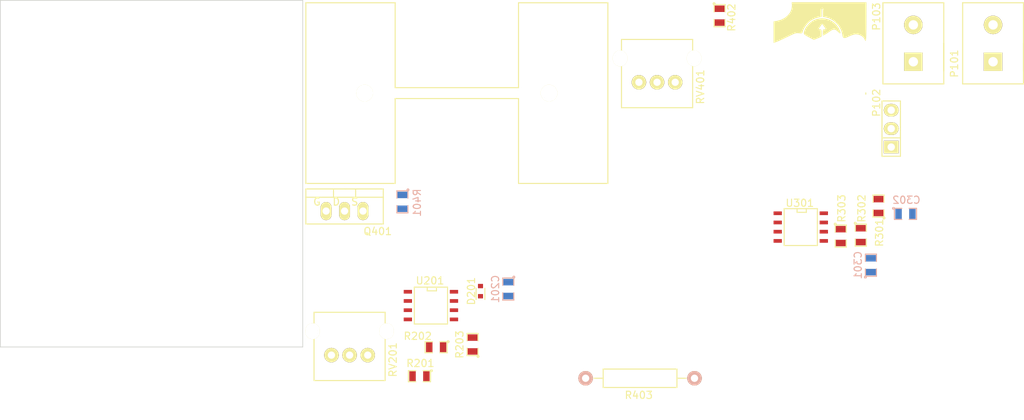
<source format=kicad_pcb>
(kicad_pcb (version 4) (host pcbnew 4.0.6)

  (general
    (links 42)
    (no_connects 42)
    (area 106.121999 35.763999 147.878001 83.616001)
    (thickness 1.6)
    (drawings 4)
    (tracks 0)
    (zones 0)
    (modules 23)
    (nets 17)
  )

  (page A4)
  (layers
    (0 F.Cu signal)
    (31 B.Cu signal)
    (32 B.Adhes user)
    (33 F.Adhes user)
    (34 B.Paste user)
    (35 F.Paste user)
    (36 B.SilkS user)
    (37 F.SilkS user)
    (38 B.Mask user)
    (39 F.Mask user)
    (40 Dwgs.User user)
    (41 Cmts.User user)
    (42 Eco1.User user)
    (43 Eco2.User user)
    (44 Edge.Cuts user)
    (45 Margin user)
    (46 B.CrtYd user)
    (47 F.CrtYd user)
    (48 B.Fab user)
    (49 F.Fab user)
  )

  (setup
    (last_trace_width 0.254)
    (trace_clearance 0.254)
    (zone_clearance 0.508)
    (zone_45_only no)
    (trace_min 0.254)
    (segment_width 0.2)
    (edge_width 0.1)
    (via_size 0.889)
    (via_drill 0.635)
    (via_min_size 0.889)
    (via_min_drill 0.508)
    (uvia_size 0.508)
    (uvia_drill 0.127)
    (uvias_allowed no)
    (uvia_min_size 0.508)
    (uvia_min_drill 0.127)
    (pcb_text_width 0.3)
    (pcb_text_size 1.5 1.5)
    (mod_edge_width 0.15)
    (mod_text_size 1 1)
    (mod_text_width 0.15)
    (pad_size 1.5 1.5)
    (pad_drill 0.6)
    (pad_to_mask_clearance 0)
    (aux_axis_origin 0 0)
    (visible_elements 7FFFFFFF)
    (pcbplotparams
      (layerselection 0x010f0_80000001)
      (usegerberextensions false)
      (excludeedgelayer true)
      (linewidth 0.100000)
      (plotframeref false)
      (viasonmask false)
      (mode 1)
      (useauxorigin false)
      (hpglpennumber 1)
      (hpglpenspeed 20)
      (hpglpendiameter 15)
      (hpglpenoverlay 2)
      (psnegative false)
      (psa4output false)
      (plotreference true)
      (plotvalue false)
      (plotinvisibletext false)
      (padsonsilk false)
      (subtractmaskfromsilk true)
      (outputformat 1)
      (mirror false)
      (drillshape 0)
      (scaleselection 1)
      (outputdirectory GERBER/))
  )

  (net 0 "")
  (net 1 2.7V)
  (net 2 GND)
  (net 3 "/Power Regulation/Vin")
  (net 4 "/Current Control/FET_Gate")
  (net 5 "Net-(D201-Pad2)")
  (net 6 "Net-(P101-Pad1)")
  (net 7 "/Current Control/Current_Sink+")
  (net 8 "Net-(Q401-PadS)")
  (net 9 "Net-(R202-Pad2)")
  (net 10 "Net-(R301-Pad1)")
  (net 11 "Net-(R302-Pad2)")
  (net 12 "Net-(R402-Pad2)")
  (net 13 "Net-(R201-Pad2)")
  (net 14 "Net-(R401-Pad2)")
  (net 15 "Net-(RV201-Pad1)")
  (net 16 "Net-(RV401-Pad3)")

  (net_class Default "This is the default net class."
    (clearance 0.254)
    (trace_width 0.254)
    (via_dia 0.889)
    (via_drill 0.635)
    (uvia_dia 0.508)
    (uvia_drill 0.127)
    (add_net "/Current Control/FET_Gate")
    (add_net "Net-(D201-Pad2)")
    (add_net "Net-(R201-Pad2)")
    (add_net "Net-(R202-Pad2)")
    (add_net "Net-(R301-Pad1)")
    (add_net "Net-(R302-Pad2)")
    (add_net "Net-(R401-Pad2)")
    (add_net "Net-(R402-Pad2)")
    (add_net "Net-(RV201-Pad1)")
    (add_net "Net-(RV401-Pad3)")
  )

  (net_class Power ""
    (clearance 0.3048)
    (trace_width 0.6096)
    (via_dia 1.143)
    (via_drill 0.762)
    (uvia_dia 0.508)
    (uvia_drill 0.127)
    (add_net "/Current Control/Current_Sink+")
    (add_net "/Power Regulation/Vin")
    (add_net 2.7V)
    (add_net GND)
    (add_net "Net-(P101-Pad1)")
    (add_net "Net-(Q401-PadS)")
  )

  (module SMD_Packages:SMD-0805 (layer B.Cu) (tedit 54E7BAF9) (tstamp 54DD849A)
    (at 176.145801 75.587371 270)
    (path /54DACEE9/54DB1D32)
    (attr smd)
    (fp_text reference C201 (at 0 1.778 270) (layer B.SilkS)
      (effects (font (size 1 1) (thickness 0.15)) (justify mirror))
    )
    (fp_text value C (at 0 -0.381 270) (layer B.SilkS) hide
      (effects (font (size 1 1) (thickness 0.15)) (justify mirror))
    )
    (fp_circle (center -1.651 -0.762) (end -1.651 -0.635) (layer B.SilkS) (width 0.15))
    (fp_line (start -0.508 -0.762) (end -1.524 -0.762) (layer B.SilkS) (width 0.15))
    (fp_line (start -1.524 -0.762) (end -1.524 0.762) (layer B.SilkS) (width 0.15))
    (fp_line (start -1.524 0.762) (end -0.508 0.762) (layer B.SilkS) (width 0.15))
    (fp_line (start 0.508 0.762) (end 1.524 0.762) (layer B.SilkS) (width 0.15))
    (fp_line (start 1.524 0.762) (end 1.524 -0.762) (layer B.SilkS) (width 0.15))
    (fp_line (start 1.524 -0.762) (end 0.508 -0.762) (layer B.SilkS) (width 0.15))
    (pad 1 smd rect (at -0.9525 0 270) (size 0.889 1.397) (layers B.Cu B.Paste B.Mask)
      (net 1 2.7V))
    (pad 2 smd rect (at 0.9525 0 270) (size 0.889 1.397) (layers B.Cu B.Paste B.Mask)
      (net 2 GND))
    (model SMD_Packages/SMD-0805.wrl
      (at (xyz 0 0 0))
      (scale (xyz 0.1 0.1 0.1))
      (rotate (xyz 0 0 0))
    )
  )

  (module SMD_Packages:SMD-0805 (layer B.Cu) (tedit 54E7BAE4) (tstamp 54DD84A0)
    (at 226.105801 72.297371 90)
    (path /54DACF20/54DAF10D)
    (attr smd)
    (fp_text reference C301 (at 0 -1.778 90) (layer B.SilkS)
      (effects (font (size 1 1) (thickness 0.15)) (justify mirror))
    )
    (fp_text value C (at 0 -0.381 90) (layer B.SilkS) hide
      (effects (font (size 1 1) (thickness 0.15)) (justify mirror))
    )
    (fp_circle (center -1.651 -0.762) (end -1.651 -0.635) (layer B.SilkS) (width 0.15))
    (fp_line (start -0.508 -0.762) (end -1.524 -0.762) (layer B.SilkS) (width 0.15))
    (fp_line (start -1.524 -0.762) (end -1.524 0.762) (layer B.SilkS) (width 0.15))
    (fp_line (start -1.524 0.762) (end -0.508 0.762) (layer B.SilkS) (width 0.15))
    (fp_line (start 0.508 0.762) (end 1.524 0.762) (layer B.SilkS) (width 0.15))
    (fp_line (start 1.524 0.762) (end 1.524 -0.762) (layer B.SilkS) (width 0.15))
    (fp_line (start 1.524 -0.762) (end 0.508 -0.762) (layer B.SilkS) (width 0.15))
    (pad 1 smd rect (at -0.9525 0 90) (size 0.889 1.397) (layers B.Cu B.Paste B.Mask)
      (net 3 "/Power Regulation/Vin"))
    (pad 2 smd rect (at 0.9525 0 90) (size 0.889 1.397) (layers B.Cu B.Paste B.Mask)
      (net 2 GND))
    (model SMD_Packages/SMD-0805.wrl
      (at (xyz 0 0 0))
      (scale (xyz 0.1 0.1 0.1))
      (rotate (xyz 0 0 0))
    )
  )

  (module SMD_Packages:SMD-0805 (layer B.Cu) (tedit 54E7BAE9) (tstamp 54DD84A6)
    (at 230.865802 65.228799)
    (path /54DACF20/54DAF114)
    (attr smd)
    (fp_text reference C302 (at 0.127 -1.905) (layer B.SilkS)
      (effects (font (size 1 1) (thickness 0.15)) (justify mirror))
    )
    (fp_text value C (at 0 -0.381) (layer B.SilkS) hide
      (effects (font (size 1 1) (thickness 0.15)) (justify mirror))
    )
    (fp_circle (center -1.651 -0.762) (end -1.651 -0.635) (layer B.SilkS) (width 0.15))
    (fp_line (start -0.508 -0.762) (end -1.524 -0.762) (layer B.SilkS) (width 0.15))
    (fp_line (start -1.524 -0.762) (end -1.524 0.762) (layer B.SilkS) (width 0.15))
    (fp_line (start -1.524 0.762) (end -0.508 0.762) (layer B.SilkS) (width 0.15))
    (fp_line (start 0.508 0.762) (end 1.524 0.762) (layer B.SilkS) (width 0.15))
    (fp_line (start 1.524 0.762) (end 1.524 -0.762) (layer B.SilkS) (width 0.15))
    (fp_line (start 1.524 -0.762) (end 0.508 -0.762) (layer B.SilkS) (width 0.15))
    (pad 1 smd rect (at -0.9525 0) (size 0.889 1.397) (layers B.Cu B.Paste B.Mask)
      (net 1 2.7V))
    (pad 2 smd rect (at 0.9525 0) (size 0.889 1.397) (layers B.Cu B.Paste B.Mask)
      (net 2 GND))
    (model SMD_Packages/SMD-0805.wrl
      (at (xyz 0 0 0))
      (scale (xyz 0.1 0.1 0.1))
      (rotate (xyz 0 0 0))
    )
  )

  (module SMD_Packages:SOD-523 (layer F.Cu) (tedit 54E7BAAD) (tstamp 54DD84B2)
    (at 172.317801 75.873085 270)
    (descr "http://www.diodes.com/datasheets/ap02001.pdf p.144")
    (tags "Diode SOD523")
    (path /54DACEE9/54DB1E38)
    (fp_text reference D201 (at 0 1.27 270) (layer F.SilkS)
      (effects (font (size 1 1) (thickness 0.15)))
    )
    (fp_text value DIODE (at 0 1.7 270) (layer F.SilkS) hide
      (effects (font (size 1 1) (thickness 0.15)))
    )
    (fp_line (start -0.4 0.6) (end 1.15 0.6) (layer F.SilkS) (width 0.15))
    (fp_line (start -0.4 -0.6) (end 1.15 -0.6) (layer F.SilkS) (width 0.15))
    (pad 1 smd rect (at -0.7 0 270) (size 0.6 0.7) (layers F.Cu F.Paste F.Mask)
      (net 4 "/Current Control/FET_Gate"))
    (pad 2 smd rect (at 0.7 0 270) (size 0.6 0.7) (layers F.Cu F.Paste F.Mask)
      (net 5 "Net-(D201-Pad2)"))
  )

  (module Transistors_TO-220:TO-220_FET-GDS_Vertical (layer F.Cu) (tedit 54E7BAB6) (tstamp 54DD84CC)
    (at 153.591802 64.8418)
    (descr "TO-220, FET-GDS, Vertical,")
    (tags "TO-220, FET-GDS, Vertical,")
    (path /54DACF0C/54DADC74)
    (fp_text reference Q401 (at 4.572 2.794) (layer F.SilkS)
      (effects (font (size 1 1) (thickness 0.15)))
    )
    (fp_text value BUK9575 (at 0 3.81) (layer F.SilkS) hide
      (effects (font (size 1 1) (thickness 0.15)))
    )
    (fp_text user S (at 1.397 -1.27) (layer F.SilkS)
      (effects (font (size 1 1) (thickness 0.15)))
    )
    (fp_text user D (at -1.143 -1.27) (layer F.SilkS)
      (effects (font (size 1 1) (thickness 0.15)))
    )
    (fp_text user G (at -3.81 -1.27) (layer F.SilkS)
      (effects (font (size 1 1) (thickness 0.15)))
    )
    (fp_line (start -1.524 -3.048) (end -1.524 -1.905) (layer F.SilkS) (width 0.15))
    (fp_line (start 1.524 -3.048) (end 1.524 -1.905) (layer F.SilkS) (width 0.15))
    (fp_line (start 5.334 -1.905) (end 5.334 1.778) (layer F.SilkS) (width 0.15))
    (fp_line (start 5.334 1.778) (end -5.334 1.778) (layer F.SilkS) (width 0.15))
    (fp_line (start -5.334 1.778) (end -5.334 -1.905) (layer F.SilkS) (width 0.15))
    (fp_line (start 5.334 -3.048) (end 5.334 -1.905) (layer F.SilkS) (width 0.15))
    (fp_line (start 5.334 -1.905) (end -5.334 -1.905) (layer F.SilkS) (width 0.15))
    (fp_line (start -5.334 -1.905) (end -5.334 -3.048) (layer F.SilkS) (width 0.15))
    (fp_line (start 0 -3.048) (end -5.334 -3.048) (layer F.SilkS) (width 0.15))
    (fp_line (start 0 -3.048) (end 5.334 -3.048) (layer F.SilkS) (width 0.15))
    (pad D thru_hole oval (at 0 0 90) (size 2.49936 1.50114) (drill 1.00076) (layers *.Cu *.Mask F.SilkS)
      (net 7 "/Current Control/Current_Sink+"))
    (pad G thru_hole oval (at -2.54 0 90) (size 2.49936 1.50114) (drill 1.00076) (layers *.Cu *.Mask F.SilkS)
      (net 4 "/Current Control/FET_Gate"))
    (pad S thru_hole oval (at 2.54 0 90) (size 2.49936 1.50114) (drill 1.00076) (layers *.Cu *.Mask F.SilkS)
      (net 8 "Net-(Q401-PadS)"))
    (model Transistors_TO-220/TO-220_FET-GDS_Vertical.wrl
      (at (xyz 0 0 0))
      (scale (xyz 0.3937 0.3937 0.3937))
      (rotate (xyz 0 0 0))
    )
  )

  (module SMD_Packages:SMD-0805 (layer F.Cu) (tedit 54E7BA6D) (tstamp 54DD84D2)
    (at 163.909467 87.591799 180)
    (path /54DACEE9/54DB1D0A)
    (attr smd)
    (fp_text reference R201 (at -0.127 1.778 180) (layer F.SilkS)
      (effects (font (size 1 1) (thickness 0.15)))
    )
    (fp_text value 28.7K (at 0 0.381 180) (layer F.SilkS) hide
      (effects (font (size 1 1) (thickness 0.15)))
    )
    (fp_circle (center -1.651 0.762) (end -1.651 0.635) (layer F.SilkS) (width 0.15))
    (fp_line (start -0.508 0.762) (end -1.524 0.762) (layer F.SilkS) (width 0.15))
    (fp_line (start -1.524 0.762) (end -1.524 -0.762) (layer F.SilkS) (width 0.15))
    (fp_line (start -1.524 -0.762) (end -0.508 -0.762) (layer F.SilkS) (width 0.15))
    (fp_line (start 0.508 -0.762) (end 1.524 -0.762) (layer F.SilkS) (width 0.15))
    (fp_line (start 1.524 -0.762) (end 1.524 0.762) (layer F.SilkS) (width 0.15))
    (fp_line (start 1.524 0.762) (end 0.508 0.762) (layer F.SilkS) (width 0.15))
    (pad 1 smd rect (at -0.9525 0 180) (size 0.889 1.397) (layers F.Cu F.Paste F.Mask)
      (net 1 2.7V))
    (pad 2 smd rect (at 0.9525 0 180) (size 0.889 1.397) (layers F.Cu F.Paste F.Mask)
      (net 13 "Net-(R201-Pad2)"))
    (model SMD_Packages/SMD-0805.wrl
      (at (xyz 0 0 0))
      (scale (xyz 0.1 0.1 0.1))
      (rotate (xyz 0 0 0))
    )
  )

  (module SMD_Packages:SMD-0805 (layer F.Cu) (tedit 54E7BA68) (tstamp 54DD84D8)
    (at 166.211372 83.597799 180)
    (path /54DACEE9/54DB1EC2)
    (attr smd)
    (fp_text reference R202 (at 2.54 1.524 180) (layer F.SilkS)
      (effects (font (size 1 1) (thickness 0.15)))
    )
    (fp_text value 9K (at 0 0.381 180) (layer F.SilkS) hide
      (effects (font (size 1 1) (thickness 0.15)))
    )
    (fp_circle (center -1.651 0.762) (end -1.651 0.635) (layer F.SilkS) (width 0.15))
    (fp_line (start -0.508 0.762) (end -1.524 0.762) (layer F.SilkS) (width 0.15))
    (fp_line (start -1.524 0.762) (end -1.524 -0.762) (layer F.SilkS) (width 0.15))
    (fp_line (start -1.524 -0.762) (end -0.508 -0.762) (layer F.SilkS) (width 0.15))
    (fp_line (start 0.508 -0.762) (end 1.524 -0.762) (layer F.SilkS) (width 0.15))
    (fp_line (start 1.524 -0.762) (end 1.524 0.762) (layer F.SilkS) (width 0.15))
    (fp_line (start 1.524 0.762) (end 0.508 0.762) (layer F.SilkS) (width 0.15))
    (pad 1 smd rect (at -0.9525 0 180) (size 0.889 1.397) (layers F.Cu F.Paste F.Mask)
      (net 7 "/Current Control/Current_Sink+"))
    (pad 2 smd rect (at 0.9525 0 180) (size 0.889 1.397) (layers F.Cu F.Paste F.Mask)
      (net 9 "Net-(R202-Pad2)"))
    (model SMD_Packages/SMD-0805.wrl
      (at (xyz 0 0 0))
      (scale (xyz 0.1 0.1 0.1))
      (rotate (xyz 0 0 0))
    )
  )

  (module SMD_Packages:SMD-0805 (layer F.Cu) (tedit 54E7BA6B) (tstamp 54E6A7EF)
    (at 171.225801 83.227371 90)
    (path /54DACEE9/54DB1F3A)
    (attr smd)
    (fp_text reference R203 (at 0 -1.778 90) (layer F.SilkS)
      (effects (font (size 1 1) (thickness 0.15)))
    )
    (fp_text value 1K (at 0 0.381 90) (layer F.SilkS) hide
      (effects (font (size 1 1) (thickness 0.15)))
    )
    (fp_circle (center -1.651 0.762) (end -1.651 0.635) (layer F.SilkS) (width 0.15))
    (fp_line (start -0.508 0.762) (end -1.524 0.762) (layer F.SilkS) (width 0.15))
    (fp_line (start -1.524 0.762) (end -1.524 -0.762) (layer F.SilkS) (width 0.15))
    (fp_line (start -1.524 -0.762) (end -0.508 -0.762) (layer F.SilkS) (width 0.15))
    (fp_line (start 0.508 -0.762) (end 1.524 -0.762) (layer F.SilkS) (width 0.15))
    (fp_line (start 1.524 -0.762) (end 1.524 0.762) (layer F.SilkS) (width 0.15))
    (fp_line (start 1.524 0.762) (end 0.508 0.762) (layer F.SilkS) (width 0.15))
    (pad 1 smd rect (at -0.9525 0 90) (size 0.889 1.397) (layers F.Cu F.Paste F.Mask)
      (net 9 "Net-(R202-Pad2)"))
    (pad 2 smd rect (at 0.9525 0 90) (size 0.889 1.397) (layers F.Cu F.Paste F.Mask)
      (net 2 GND))
    (model SMD_Packages/SMD-0805.wrl
      (at (xyz 0 0 0))
      (scale (xyz 0.1 0.1 0.1))
      (rotate (xyz 0 0 0))
    )
  )

  (module SMD_Packages:SMD-0805 (layer F.Cu) (tedit 54E7BA29) (tstamp 54DD84E4)
    (at 227.149802 64.1478 90)
    (path /54DACF20/54DAF11D)
    (attr smd)
    (fp_text reference R301 (at -3.683 0.127 90) (layer F.SilkS)
      (effects (font (size 1 1) (thickness 0.15)))
    )
    (fp_text value 0 (at 0 0.381 90) (layer F.SilkS) hide
      (effects (font (size 1 1) (thickness 0.15)))
    )
    (fp_circle (center -1.651 0.762) (end -1.651 0.635) (layer F.SilkS) (width 0.15))
    (fp_line (start -0.508 0.762) (end -1.524 0.762) (layer F.SilkS) (width 0.15))
    (fp_line (start -1.524 0.762) (end -1.524 -0.762) (layer F.SilkS) (width 0.15))
    (fp_line (start -1.524 -0.762) (end -0.508 -0.762) (layer F.SilkS) (width 0.15))
    (fp_line (start 0.508 -0.762) (end 1.524 -0.762) (layer F.SilkS) (width 0.15))
    (fp_line (start 1.524 -0.762) (end 1.524 0.762) (layer F.SilkS) (width 0.15))
    (fp_line (start 1.524 0.762) (end 0.508 0.762) (layer F.SilkS) (width 0.15))
    (pad 1 smd rect (at -0.9525 0 90) (size 0.889 1.397) (layers F.Cu F.Paste F.Mask)
      (net 10 "Net-(R301-Pad1)"))
    (pad 2 smd rect (at 0.9525 0 90) (size 0.889 1.397) (layers F.Cu F.Paste F.Mask)
      (net 2 GND))
    (model SMD_Packages/SMD-0805.wrl
      (at (xyz 0 0 0))
      (scale (xyz 0.1 0.1 0.1))
      (rotate (xyz 0 0 0))
    )
  )

  (module SMD_Packages:SMD-0805 (layer F.Cu) (tedit 54E7BA56) (tstamp 54DD84EA)
    (at 224.708801 68.160371 270)
    (path /54DACF20/54DAF13B)
    (attr smd)
    (fp_text reference R302 (at -3.683 -0.127 270) (layer F.SilkS)
      (effects (font (size 1 1) (thickness 0.15)))
    )
    (fp_text value 27K (at 0 0.381 270) (layer F.SilkS) hide
      (effects (font (size 1 1) (thickness 0.15)))
    )
    (fp_circle (center -1.651 0.762) (end -1.651 0.635) (layer F.SilkS) (width 0.15))
    (fp_line (start -0.508 0.762) (end -1.524 0.762) (layer F.SilkS) (width 0.15))
    (fp_line (start -1.524 0.762) (end -1.524 -0.762) (layer F.SilkS) (width 0.15))
    (fp_line (start -1.524 -0.762) (end -0.508 -0.762) (layer F.SilkS) (width 0.15))
    (fp_line (start 0.508 -0.762) (end 1.524 -0.762) (layer F.SilkS) (width 0.15))
    (fp_line (start 1.524 -0.762) (end 1.524 0.762) (layer F.SilkS) (width 0.15))
    (fp_line (start 1.524 0.762) (end 0.508 0.762) (layer F.SilkS) (width 0.15))
    (pad 1 smd rect (at -0.9525 0 270) (size 0.889 1.397) (layers F.Cu F.Paste F.Mask)
      (net 1 2.7V))
    (pad 2 smd rect (at 0.9525 0 270) (size 0.889 1.397) (layers F.Cu F.Paste F.Mask)
      (net 11 "Net-(R302-Pad2)"))
    (model SMD_Packages/SMD-0805.wrl
      (at (xyz 0 0 0))
      (scale (xyz 0.1 0.1 0.1))
      (rotate (xyz 0 0 0))
    )
  )

  (module SMD_Packages:SMD-0805 (layer F.Cu) (tedit 54E7BA5C) (tstamp 54E7EECC)
    (at 221.948801 68.287371 270)
    (path /54DACF20/54DAF142)
    (attr smd)
    (fp_text reference R303 (at -3.81 -0.127 270) (layer F.SilkS)
      (effects (font (size 1 1) (thickness 0.15)))
    )
    (fp_text value 21.6K (at 0 0.381 270) (layer F.SilkS) hide
      (effects (font (size 1 1) (thickness 0.15)))
    )
    (fp_circle (center -1.651 0.762) (end -1.651 0.635) (layer F.SilkS) (width 0.15))
    (fp_line (start -0.508 0.762) (end -1.524 0.762) (layer F.SilkS) (width 0.15))
    (fp_line (start -1.524 0.762) (end -1.524 -0.762) (layer F.SilkS) (width 0.15))
    (fp_line (start -1.524 -0.762) (end -0.508 -0.762) (layer F.SilkS) (width 0.15))
    (fp_line (start 0.508 -0.762) (end 1.524 -0.762) (layer F.SilkS) (width 0.15))
    (fp_line (start 1.524 -0.762) (end 1.524 0.762) (layer F.SilkS) (width 0.15))
    (fp_line (start 1.524 0.762) (end 0.508 0.762) (layer F.SilkS) (width 0.15))
    (pad 1 smd rect (at -0.9525 0 270) (size 0.889 1.397) (layers F.Cu F.Paste F.Mask)
      (net 11 "Net-(R302-Pad2)"))
    (pad 2 smd rect (at 0.9525 0 270) (size 0.889 1.397) (layers F.Cu F.Paste F.Mask)
      (net 2 GND))
    (model SMD_Packages/SMD-0805.wrl
      (at (xyz 0 0 0))
      (scale (xyz 0.1 0.1 0.1))
      (rotate (xyz 0 0 0))
    )
  )

  (module SMD_Packages:SMD-0805 (layer B.Cu) (tedit 54E7BAED) (tstamp 54DD84F6)
    (at 161.559802 63.5718 270)
    (path /54DACF0C/54DADC7B)
    (attr smd)
    (fp_text reference R401 (at 0.127 -2.032 270) (layer B.SilkS)
      (effects (font (size 1 1) (thickness 0.15)) (justify mirror))
    )
    (fp_text value 68K (at 0 -0.381 270) (layer B.SilkS) hide
      (effects (font (size 1 1) (thickness 0.15)) (justify mirror))
    )
    (fp_circle (center -1.651 -0.762) (end -1.651 -0.635) (layer B.SilkS) (width 0.15))
    (fp_line (start -0.508 -0.762) (end -1.524 -0.762) (layer B.SilkS) (width 0.15))
    (fp_line (start -1.524 -0.762) (end -1.524 0.762) (layer B.SilkS) (width 0.15))
    (fp_line (start -1.524 0.762) (end -0.508 0.762) (layer B.SilkS) (width 0.15))
    (fp_line (start 0.508 0.762) (end 1.524 0.762) (layer B.SilkS) (width 0.15))
    (fp_line (start 1.524 0.762) (end 1.524 -0.762) (layer B.SilkS) (width 0.15))
    (fp_line (start 1.524 -0.762) (end 0.508 -0.762) (layer B.SilkS) (width 0.15))
    (pad 1 smd rect (at -0.9525 0 270) (size 0.889 1.397) (layers B.Cu B.Paste B.Mask)
      (net 1 2.7V))
    (pad 2 smd rect (at 0.9525 0 270) (size 0.889 1.397) (layers B.Cu B.Paste B.Mask)
      (net 14 "Net-(R401-Pad2)"))
    (model SMD_Packages/SMD-0805.wrl
      (at (xyz 0 0 0))
      (scale (xyz 0.1 0.1 0.1))
      (rotate (xyz 0 0 0))
    )
  )

  (module SMD_Packages:SMD-0805 (layer F.Cu) (tedit 54E7BAB1) (tstamp 54E7EBFE)
    (at 205.258801 37.9218 270)
    (path /54DACF0C/54DAE31B)
    (attr smd)
    (fp_text reference R402 (at 0.254 -1.651 270) (layer F.SilkS)
      (effects (font (size 1 1) (thickness 0.15)))
    )
    (fp_text value 1K (at 0 0.381 270) (layer F.SilkS) hide
      (effects (font (size 1 1) (thickness 0.15)))
    )
    (fp_circle (center -1.651 0.762) (end -1.651 0.635) (layer F.SilkS) (width 0.15))
    (fp_line (start -0.508 0.762) (end -1.524 0.762) (layer F.SilkS) (width 0.15))
    (fp_line (start -1.524 0.762) (end -1.524 -0.762) (layer F.SilkS) (width 0.15))
    (fp_line (start -1.524 -0.762) (end -0.508 -0.762) (layer F.SilkS) (width 0.15))
    (fp_line (start 0.508 -0.762) (end 1.524 -0.762) (layer F.SilkS) (width 0.15))
    (fp_line (start 1.524 -0.762) (end 1.524 0.762) (layer F.SilkS) (width 0.15))
    (fp_line (start 1.524 0.762) (end 0.508 0.762) (layer F.SilkS) (width 0.15))
    (pad 1 smd rect (at -0.9525 0 270) (size 0.889 1.397) (layers F.Cu F.Paste F.Mask)
      (net 4 "/Current Control/FET_Gate"))
    (pad 2 smd rect (at 0.9525 0 270) (size 0.889 1.397) (layers F.Cu F.Paste F.Mask)
      (net 12 "Net-(R402-Pad2)"))
    (model SMD_Packages/SMD-0805.wrl
      (at (xyz 0 0 0))
      (scale (xyz 0.1 0.1 0.1))
      (rotate (xyz 0 0 0))
    )
  )

  (module Resistors_ThroughHole:Resistor_Horizontal_RM15mm (layer F.Cu) (tedit 54E7B97F) (tstamp 54DD8502)
    (at 194.3 87.875)
    (descr "Resistor, Axial, RM 15mm,")
    (tags "Resistor, Axial, RM 15mm,")
    (path /54DACF0C/54DADC66)
    (fp_text reference R403 (at -0.179605 2.334867) (layer F.SilkS)
      (effects (font (size 1 1) (thickness 0.15)))
    )
    (fp_text value .1 (at 0 4.0005) (layer F.SilkS) hide
      (effects (font (size 1 1) (thickness 0.15)))
    )
    (fp_line (start -5.08 -1.27) (end -5.08 1.27) (layer F.SilkS) (width 0.15))
    (fp_line (start -5.08 1.27) (end 5.08 1.27) (layer F.SilkS) (width 0.15))
    (fp_line (start 5.08 1.27) (end 5.08 -1.27) (layer F.SilkS) (width 0.15))
    (fp_line (start 5.08 -1.27) (end -5.08 -1.27) (layer F.SilkS) (width 0.15))
    (fp_line (start 6.35 0) (end 5.08 0) (layer F.SilkS) (width 0.15))
    (fp_line (start -6.35 0) (end -5.08 0) (layer F.SilkS) (width 0.15))
    (pad 1 thru_hole circle (at -7.5 0) (size 1.99898 1.99898) (drill 1.00076) (layers *.Cu *.SilkS *.Mask)
      (net 8 "Net-(Q401-PadS)"))
    (pad 2 thru_hole circle (at 7.5 0) (size 1.99898 1.99898) (drill 1.00076) (layers *.Cu *.SilkS *.Mask)
      (net 2 GND))
    (model Resistors_ThroughHole/Resistor_Horizontal_RM15mm.wrl
      (at (xyz 0 0 0))
      (scale (xyz 0.4 0.4 0.4))
      (rotate (xyz 0 0 0))
    )
  )

  (module SMD_Packages:SOIC-8-N (layer F.Cu) (tedit 54E3FD9E) (tstamp 54DD851C)
    (at 165.489301 77.862799 270)
    (descr "Module Narrow CMS SOJ 8 pins large")
    (tags "CMS SOJ")
    (path /54DACEE9/54DB1D03)
    (attr smd)
    (fp_text reference U201 (at -3.429 0.127 540) (layer F.SilkS)
      (effects (font (size 1 1) (thickness 0.15)))
    )
    (fp_text value LMV358 (at 0 1.27 270) (layer F.SilkS) hide
      (effects (font (size 1 1) (thickness 0.15)))
    )
    (fp_line (start -2.54 -2.286) (end 2.54 -2.286) (layer F.SilkS) (width 0.15))
    (fp_line (start 2.54 -2.286) (end 2.54 2.286) (layer F.SilkS) (width 0.15))
    (fp_line (start 2.54 2.286) (end -2.54 2.286) (layer F.SilkS) (width 0.15))
    (fp_line (start -2.54 2.286) (end -2.54 -2.286) (layer F.SilkS) (width 0.15))
    (fp_line (start -2.54 -0.762) (end -2.032 -0.762) (layer F.SilkS) (width 0.15))
    (fp_line (start -2.032 -0.762) (end -2.032 0.508) (layer F.SilkS) (width 0.15))
    (fp_line (start -2.032 0.508) (end -2.54 0.508) (layer F.SilkS) (width 0.15))
    (pad 8 smd rect (at -1.905 -3.175 270) (size 0.508 1.143) (layers F.Cu F.Paste F.Mask)
      (net 1 2.7V))
    (pad 7 smd rect (at -0.635 -3.175 270) (size 0.508 1.143) (layers F.Cu F.Paste F.Mask)
      (net 12 "Net-(R402-Pad2)"))
    (pad 6 smd rect (at 0.635 -3.175 270) (size 0.508 1.143) (layers F.Cu F.Paste F.Mask)
      (net 8 "Net-(Q401-PadS)"))
    (pad 5 smd rect (at 1.905 -3.175 270) (size 0.508 1.143) (layers F.Cu F.Paste F.Mask)
      (net 14 "Net-(R401-Pad2)"))
    (pad 4 smd rect (at 1.905 3.175 270) (size 0.508 1.143) (layers F.Cu F.Paste F.Mask)
      (net 2 GND))
    (pad 3 smd rect (at 0.635 3.175 270) (size 0.508 1.143) (layers F.Cu F.Paste F.Mask)
      (net 13 "Net-(R201-Pad2)"))
    (pad 2 smd rect (at -0.635 3.175 270) (size 0.508 1.143) (layers F.Cu F.Paste F.Mask)
      (net 9 "Net-(R202-Pad2)"))
    (pad 1 smd rect (at -1.905 3.175 270) (size 0.508 1.143) (layers F.Cu F.Paste F.Mask)
      (net 5 "Net-(D201-Pad2)"))
    (model SMD_Packages/SOIC-8-N.wrl
      (at (xyz 0 0 0))
      (scale (xyz 0.5 0.38 0.5))
      (rotate (xyz 0 0 0))
    )
  )

  (module SMD_Packages:SOIC-8-N (layer F.Cu) (tedit 54E3FD93) (tstamp 54DD8528)
    (at 216.439301 67.048799 270)
    (descr "Module Narrow CMS SOJ 8 pins large")
    (tags "CMS SOJ")
    (path /54DACF20/54DAF12F)
    (attr smd)
    (fp_text reference U301 (at -3.302 0.127 360) (layer F.SilkS)
      (effects (font (size 1 1) (thickness 0.15)))
    )
    (fp_text value LM2931D-R (at 0 1.27 270) (layer F.SilkS) hide
      (effects (font (size 1 1) (thickness 0.15)))
    )
    (fp_line (start -2.54 -2.286) (end 2.54 -2.286) (layer F.SilkS) (width 0.15))
    (fp_line (start 2.54 -2.286) (end 2.54 2.286) (layer F.SilkS) (width 0.15))
    (fp_line (start 2.54 2.286) (end -2.54 2.286) (layer F.SilkS) (width 0.15))
    (fp_line (start -2.54 2.286) (end -2.54 -2.286) (layer F.SilkS) (width 0.15))
    (fp_line (start -2.54 -0.762) (end -2.032 -0.762) (layer F.SilkS) (width 0.15))
    (fp_line (start -2.032 -0.762) (end -2.032 0.508) (layer F.SilkS) (width 0.15))
    (fp_line (start -2.032 0.508) (end -2.54 0.508) (layer F.SilkS) (width 0.15))
    (pad 8 smd rect (at -1.905 -3.175 270) (size 0.508 1.143) (layers F.Cu F.Paste F.Mask)
      (net 3 "/Power Regulation/Vin"))
    (pad 7 smd rect (at -0.635 -3.175 270) (size 0.508 1.143) (layers F.Cu F.Paste F.Mask)
      (net 2 GND))
    (pad 6 smd rect (at 0.635 -3.175 270) (size 0.508 1.143) (layers F.Cu F.Paste F.Mask)
      (net 2 GND))
    (pad 5 smd rect (at 1.905 -3.175 270) (size 0.508 1.143) (layers F.Cu F.Paste F.Mask)
      (net 10 "Net-(R301-Pad1)"))
    (pad 4 smd rect (at 1.905 3.175 270) (size 0.508 1.143) (layers F.Cu F.Paste F.Mask)
      (net 11 "Net-(R302-Pad2)"))
    (pad 3 smd rect (at 0.635 3.175 270) (size 0.508 1.143) (layers F.Cu F.Paste F.Mask)
      (net 2 GND))
    (pad 2 smd rect (at -0.635 3.175 270) (size 0.508 1.143) (layers F.Cu F.Paste F.Mask)
      (net 2 GND))
    (pad 1 smd rect (at -1.905 3.175 270) (size 0.508 1.143) (layers F.Cu F.Paste F.Mask)
      (net 1 2.7V))
    (model SMD_Packages/SOIC-8-N.wrl
      (at (xyz 0 0 0))
      (scale (xyz 0.5 0.38 0.5))
      (rotate (xyz 0 0 0))
    )
  )

  (module Current:FA-T220-38E (layer F.Cu) (tedit 54E7BAC2) (tstamp 54E12869)
    (at 169.060402 48.5898)
    (path /54DACF0C/54DFC527)
    (fp_text reference P1 (at 0 -3.81) (layer F.SilkS) hide
      (effects (font (size 1.5 1.5) (thickness 0.15)))
    )
    (fp_text value CONN_01X01 (at 0 -6.35) (layer F.Fab) hide
      (effects (font (size 1.5 1.5) (thickness 0.15)))
    )
    (fp_line (start -8.4963 12.446) (end -20.8026 12.446) (layer F.SilkS) (width 0.15))
    (fp_line (start 20.8026 12.446) (end 8.4963 12.446) (layer F.SilkS) (width 0.15))
    (fp_line (start 8.4963 -12.446) (end 20.8026 -12.446) (layer F.SilkS) (width 0.15))
    (fp_line (start -20.8026 -12.446) (end -8.4963 -12.446) (layer F.SilkS) (width 0.15))
    (fp_line (start 8.4963 0.7493) (end 8.4963 12.446) (layer F.SilkS) (width 0.15))
    (fp_line (start -8.4963 0.7493) (end -8.4963 12.446) (layer F.SilkS) (width 0.15))
    (fp_line (start -8.4963 -0.7493) (end -8.4963 -12.446) (layer F.SilkS) (width 0.15))
    (fp_line (start 8.4963 -0.7493) (end 8.4963 -12.446) (layer F.SilkS) (width 0.15))
    (fp_line (start -8.4963 0.7493) (end 8.4963 0.7493) (layer F.SilkS) (width 0.15))
    (fp_line (start -8.4963 -0.7493) (end 8.4963 -0.7493) (layer F.SilkS) (width 0.15))
    (fp_line (start 20.8026 -12.446) (end 20.8026 12.446) (layer F.SilkS) (width 0.15))
    (fp_line (start -20.8026 12.446) (end -20.8026 -12.446) (layer F.SilkS) (width 0.15))
    (pad "" np_thru_hole circle (at -12.7 0) (size 2.3114 2.3114) (drill 2.3114) (layers *.Cu *.Mask F.SilkS))
    (pad "" np_thru_hole circle (at 12.7 0) (size 2.3114 2.3114) (drill 2.3114) (layers *.Cu *.Mask F.SilkS))
  )

  (module Current:Terminal_Block_200_mil (layer F.Cu) (tedit 54E7B9DE) (tstamp 54E13283)
    (at 242.931801 41.7318 90)
    (descr "Through hole pin header")
    (tags "pin header")
    (path /54D858EB)
    (fp_text reference P101 (at -2.794 -5.334 90) (layer F.SilkS)
      (effects (font (size 1 1) (thickness 0.15)))
    )
    (fp_text value CONN_01X02 (at 0.254 3.048 90) (layer F.SilkS) hide
      (effects (font (size 1 1) (thickness 0.15)))
    )
    (fp_line (start -5.588 -4.191) (end -5.588 4.191) (layer F.SilkS) (width 0.15))
    (fp_line (start -3.81 4.191) (end 0 4.191) (layer F.SilkS) (width 0.15))
    (fp_line (start -5.588 4.191) (end 5.588 4.191) (layer F.SilkS) (width 0.15))
    (fp_line (start 5.588 4.191) (end 5.588 -4.191) (layer F.SilkS) (width 0.15))
    (fp_line (start 5.588 -4.191) (end -5.588 -4.191) (layer F.SilkS) (width 0.15))
    (pad 1 thru_hole rect (at -2.54 0 90) (size 2.54 2.54) (drill 1.30048) (layers *.Cu *.Mask F.SilkS)
      (net 6 "Net-(P101-Pad1)"))
    (pad 2 thru_hole oval (at 2.54 0 90) (size 2.54 2.54) (drill 1.30048) (layers *.Cu *.Mask F.SilkS)
      (net 2 GND))
    (model Pin_Headers/Pin_Header_Straight_1x02.wrl
      (at (xyz 0 0 0))
      (scale (xyz 1 1 1))
      (rotate (xyz 0 0 0))
    )
  )

  (module Current:Terminal_Block_200_mil (layer F.Cu) (tedit 54E7BA40) (tstamp 54E13298)
    (at 231.947801 41.7318 90)
    (descr "Through hole pin header")
    (tags "pin header")
    (path /54CEA02B)
    (fp_text reference P103 (at 3.683 -5.08 90) (layer F.SilkS)
      (effects (font (size 1 1) (thickness 0.15)))
    )
    (fp_text value CONN_01X02 (at 0.254 3.048 90) (layer F.SilkS) hide
      (effects (font (size 1 1) (thickness 0.15)))
    )
    (fp_line (start -5.588 -4.191) (end -5.588 4.191) (layer F.SilkS) (width 0.15))
    (fp_line (start -3.81 4.191) (end 0 4.191) (layer F.SilkS) (width 0.15))
    (fp_line (start -5.588 4.191) (end 5.588 4.191) (layer F.SilkS) (width 0.15))
    (fp_line (start 5.588 4.191) (end 5.588 -4.191) (layer F.SilkS) (width 0.15))
    (fp_line (start 5.588 -4.191) (end -5.588 -4.191) (layer F.SilkS) (width 0.15))
    (pad 1 thru_hole rect (at -2.54 0 90) (size 2.54 2.54) (drill 1.30048) (layers *.Cu *.Mask F.SilkS)
      (net 7 "/Current Control/Current_Sink+"))
    (pad 2 thru_hole oval (at 2.54 0 90) (size 2.54 2.54) (drill 1.30048) (layers *.Cu *.Mask F.SilkS)
      (net 2 GND))
    (model Pin_Headers/Pin_Header_Straight_1x02.wrl
      (at (xyz 0 0 0))
      (scale (xyz 1 1 1))
      (rotate (xyz 0 0 0))
    )
  )

  (module Pin_Headers:Pin_Header_Straight_1x03 (layer F.Cu) (tedit 54E7BA45) (tstamp 54E13306)
    (at 228.899801 53.483371 90)
    (descr "Through hole pin header")
    (tags "pin header")
    (path /54D855F7)
    (fp_text reference P102 (at 3.556 -2.032 90) (layer F.SilkS)
      (effects (font (size 1 1) (thickness 0.15)))
    )
    (fp_text value CONN_01X03 (at 0 0 90) (layer F.SilkS) hide
      (effects (font (size 1 1) (thickness 0.15)))
    )
    (fp_line (start -1.27 1.27) (end 3.81 1.27) (layer F.SilkS) (width 0.15))
    (fp_line (start 3.81 1.27) (end 3.81 -1.27) (layer F.SilkS) (width 0.15))
    (fp_line (start 3.81 -1.27) (end -1.27 -1.27) (layer F.SilkS) (width 0.15))
    (fp_line (start -3.81 -1.27) (end -1.27 -1.27) (layer F.SilkS) (width 0.15))
    (fp_line (start -1.27 -1.27) (end -1.27 1.27) (layer F.SilkS) (width 0.15))
    (fp_line (start -3.81 -1.27) (end -3.81 1.27) (layer F.SilkS) (width 0.15))
    (fp_line (start -3.81 1.27) (end -1.27 1.27) (layer F.SilkS) (width 0.15))
    (pad 1 thru_hole rect (at -2.54 0 90) (size 1.7272 2.032) (drill 1.016) (layers *.Cu *.Mask F.SilkS)
      (net 6 "Net-(P101-Pad1)"))
    (pad 2 thru_hole oval (at 0 0 90) (size 1.7272 2.032) (drill 1.016) (layers *.Cu *.Mask F.SilkS)
      (net 3 "/Power Regulation/Vin"))
    (pad 3 thru_hole oval (at 2.54 0 90) (size 1.7272 2.032) (drill 1.016) (layers *.Cu *.Mask F.SilkS)
      (net 7 "/Current Control/Current_Sink+"))
    (model Pin_Headers/Pin_Header_Straight_1x03.wrl
      (at (xyz 0 0 0))
      (scale (xyz 1 1 1))
      (rotate (xyz 0 0 0))
    )
  )

  (module Current:CSOS (layer F.Cu) (tedit 54EA2621) (tstamp 54EA2694)
    (at 219.092802 42.4688)
    (fp_text reference G*** (at 0 0) (layer F.SilkS) hide
      (effects (font (thickness 0.3)))
    )
    (fp_text value LOGO (at 0.75 0) (layer F.SilkS) hide
      (effects (font (thickness 0.3)))
    )
    (fp_poly (pts (xy 6.332589 6.248175) (xy 6.321406 6.2865) (xy 6.290503 6.297136) (xy 6.278701 6.180666)
      (xy 6.292007 6.060471) (xy 6.321406 6.074833) (xy 6.332589 6.248175) (xy 6.332589 6.248175)) (layer F.SilkS) (width 0.1))
    (fp_poly (pts (xy 6.35 -6.35) (xy 6.342364 -3.6195) (xy 6.338041 -2.844779) (xy 6.32992 -2.205589)
      (xy 6.318217 -1.708474) (xy 6.30315 -1.359975) (xy 6.284937 -1.166635) (xy 6.263794 -1.134996)
      (xy 6.260074 -1.14565) (xy 6.070103 -1.511787) (xy 5.754746 -1.796131) (xy 5.347069 -1.97661)
      (xy 4.932164 -2.032) (xy 4.658011 -1.988116) (xy 4.293298 -1.867165) (xy 3.987667 -1.733968)
      (xy 3.631328 -1.575223) (xy 3.393129 -1.511035) (xy 3.245805 -1.549173) (xy 3.162094 -1.697404)
      (xy 3.114734 -1.963497) (xy 3.112456 -1.983355) (xy 2.968407 -2.545754) (xy 2.682376 -3.079807)
      (xy 2.28171 -3.557623) (xy 1.79376 -3.95131) (xy 1.245874 -4.232976) (xy 0.783166 -4.358849)
      (xy 0.423333 -4.417551) (xy 0.423333 -5.002776) (xy 0.415702 -5.322469) (xy 0.388292 -5.504557)
      (xy 0.334326 -5.580271) (xy 0.296333 -5.588) (xy 0.226956 -5.552838) (xy 0.187441 -5.426531)
      (xy 0.17101 -5.177851) (xy 0.169333 -5.002776) (xy 0.169333 -4.417551) (xy -0.181877 -4.358215)
      (xy -0.66885 -4.233561) (xy -1.117966 -4.016975) (xy -1.41718 -3.817206) (xy -1.70709 -3.556147)
      (xy -1.990765 -3.216269) (xy -2.230436 -2.850985) (xy -2.388332 -2.51371) (xy -2.420075 -2.398898)
      (xy -2.458164 -2.244349) (xy -2.523351 -2.169874) (xy -2.662911 -2.154507) (xy -2.920638 -2.176926)
      (xy -3.110434 -2.190699) (xy -3.279871 -2.181082) (xy -3.463619 -2.137161) (xy -3.696349 -2.048025)
      (xy -4.01273 -1.90276) (xy -4.414301 -1.706803) (xy -4.843446 -1.498766) (xy -5.261431 -1.302511)
      (xy -5.6233 -1.138746) (xy -5.884097 -1.028183) (xy -5.9055 -1.019844) (xy -6.35 -0.849138)
      (xy -6.35 -2.282048) (xy -6.35 -3.714958) (xy -5.947834 -3.77494) (xy -5.360352 -3.928988)
      (xy -4.839039 -4.193979) (xy -4.404201 -4.548819) (xy -4.076142 -4.972412) (xy -3.875168 -5.443665)
      (xy -3.821583 -5.941482) (xy -3.824215 -5.981109) (xy -3.853554 -6.35) (xy 1.248223 -6.35)
      (xy 6.35 -6.35) (xy 6.35 -6.35)) (layer F.SilkS) (width 0.1))
    (fp_poly (pts (xy 2.775091 -2.176038) (xy 2.742605 -2.16183) (xy 2.630231 -2.252313) (xy 2.482437 -2.391834)
      (xy 2.21545 -2.607974) (xy 1.974172 -2.69267) (xy 1.717188 -2.646432) (xy 1.40308 -2.469766)
      (xy 1.312062 -2.406203) (xy 1.041096 -2.21941) (xy 0.78807 -2.057083) (xy 0.656166 -1.980695)
      (xy 0.423333 -1.858319) (xy 0.423333 -2.241493) (xy 0.43199 -2.477447) (xy 0.47463 -2.589566)
      (xy 0.576255 -2.623109) (xy 0.635 -2.624667) (xy 0.794269 -2.641222) (xy 0.846666 -2.672912)
      (xy 0.802955 -2.764636) (xy 0.694539 -2.937779) (xy 0.555494 -3.142902) (xy 0.419898 -3.330567)
      (xy 0.321828 -3.451336) (xy 0.296333 -3.471334) (xy 0.23311 -3.407918) (xy 0.113766 -3.250628)
      (xy -0.02762 -3.048903) (xy -0.156974 -2.852181) (xy -0.240217 -2.7099) (xy -0.254 -2.672912)
      (xy -0.181368 -2.63661) (xy -0.042334 -2.624667) (xy 0.078788 -2.612616) (xy 0.141917 -2.548868)
      (xy 0.165826 -2.392029) (xy 0.169333 -2.157933) (xy 0.169333 -1.691199) (xy -0.306869 -1.4806)
      (xy -0.565549 -1.370487) (xy -0.758831 -1.296161) (xy -0.836036 -1.275016) (xy -0.92966 -1.314833)
      (xy -1.134919 -1.41701) (xy -1.414766 -1.562867) (xy -1.549709 -1.634849) (xy -1.864404 -1.806722)
      (xy -2.056537 -1.927468) (xy -2.15326 -2.025087) (xy -2.18172 -2.127575) (xy -2.169067 -2.262932)
      (xy -2.16768 -2.272141) (xy -2.096935 -2.50413) (xy -1.961875 -2.792888) (xy -1.858991 -2.969062)
      (xy -1.45672 -3.456743) (xy -0.978768 -3.810553) (xy -0.448509 -4.033954) (xy 0.110679 -4.130411)
      (xy 0.67542 -4.103388) (xy 1.222338 -3.95635) (xy 1.728057 -3.692761) (xy 2.1692 -3.316084)
      (xy 2.522392 -2.829784) (xy 2.75031 -2.286) (xy 2.775091 -2.176038) (xy 2.775091 -2.176038)) (layer F.SilkS) (width 0.1))
  )

  (module Current:P090L-02F25BR10K (layer F.Cu) (tedit 54EEAE50) (tstamp 54E3F91A)
    (at 196.642801 47.099799)
    (path /54DACF0C/54DADC9B)
    (fp_text reference RV401 (at 5.969 0.635 90) (layer F.SilkS)
      (effects (font (size 1.016 1.016) (thickness 0.15)))
    )
    (fp_text value 10K (at 0 -9.906) (layer F.Fab) hide
      (effects (font (size 1.5 1.5) (thickness 0.15)))
    )
    (fp_line (start -1.778 3.556) (end -1.778 8.89) (layer Eco1.User) (width 0.15))
    (fp_line (start -1.778 8.89) (end 2.54 8.89) (layer Eco1.User) (width 0.15))
    (fp_line (start 2.54 8.89) (end 2.54 3.556) (layer Eco1.User) (width 0.15))
    (fp_line (start -4.9 -5.9) (end 4.9 -5.9) (layer F.SilkS) (width 0.15))
    (fp_line (start -4.9 3.5) (end 4.9 3.5) (layer F.SilkS) (width 0.15))
    (fp_line (start 4.9 -5.9) (end 4.9 3.5) (layer F.SilkS) (width 0.15))
    (fp_line (start -4.9 -5.9) (end -4.9 3.5) (layer F.SilkS) (width 0.15))
    (pad 3 thru_hole circle (at 2.5 0) (size 2 2) (drill 1) (layers *.Cu *.Mask F.SilkS)
      (net 16 "Net-(RV401-Pad3)"))
    (pad 2 thru_hole circle (at 0 0) (size 2 2) (drill 1) (layers *.Cu *.Mask F.SilkS)
      (net 2 GND))
    (pad 1 thru_hole circle (at -2.5 0) (size 2 2) (drill 1) (layers *.Cu *.Mask F.SilkS)
      (net 14 "Net-(R401-Pad2)"))
    (pad "" np_thru_hole oval (at 5.1 -3.3) (size 2 2.2) (drill oval 2 2.2) (layers *.Cu *.Mask F.SilkS))
    (pad "" np_thru_hole oval (at -5.1 -3.3) (size 2 2.2) (drill oval 2 2.2) (layers *.Cu *.Mask F.SilkS))
  )

  (module Current:P090L-02F25BR10K (layer F.Cu) (tedit 54EEAE50) (tstamp 54E3F90A)
    (at 154.282801 84.689799)
    (path /54DACEE9/54DB1D22)
    (fp_text reference RV201 (at 5.969 0.635 90) (layer F.SilkS)
      (effects (font (size 1.016 1.016) (thickness 0.15)))
    )
    (fp_text value 10K (at 0 -9.906) (layer F.Fab) hide
      (effects (font (size 1.5 1.5) (thickness 0.15)))
    )
    (fp_line (start -1.778 3.556) (end -1.778 8.89) (layer Eco1.User) (width 0.15))
    (fp_line (start -1.778 8.89) (end 2.54 8.89) (layer Eco1.User) (width 0.15))
    (fp_line (start 2.54 8.89) (end 2.54 3.556) (layer Eco1.User) (width 0.15))
    (fp_line (start -4.9 -5.9) (end 4.9 -5.9) (layer F.SilkS) (width 0.15))
    (fp_line (start -4.9 3.5) (end 4.9 3.5) (layer F.SilkS) (width 0.15))
    (fp_line (start 4.9 -5.9) (end 4.9 3.5) (layer F.SilkS) (width 0.15))
    (fp_line (start -4.9 -5.9) (end -4.9 3.5) (layer F.SilkS) (width 0.15))
    (pad 3 thru_hole circle (at 2.5 0) (size 2 2) (drill 1) (layers *.Cu *.Mask F.SilkS)
      (net 2 GND))
    (pad 2 thru_hole circle (at 0 0) (size 2 2) (drill 1) (layers *.Cu *.Mask F.SilkS)
      (net 13 "Net-(R201-Pad2)"))
    (pad 1 thru_hole circle (at -2.5 0) (size 2 2) (drill 1) (layers *.Cu *.Mask F.SilkS)
      (net 15 "Net-(RV201-Pad1)"))
    (pad "" np_thru_hole oval (at 5.1 -3.3) (size 2 2.2) (drill oval 2 2.2) (layers *.Cu *.Mask F.SilkS))
    (pad "" np_thru_hole oval (at -5.1 -3.3) (size 2 2.2) (drill oval 2 2.2) (layers *.Cu *.Mask F.SilkS))
  )

  (gr_line (start 147.828 35.814) (end 106.172 35.814) (angle 90) (layer Edge.Cuts) (width 0.1))
  (gr_line (start 147.828 83.566) (end 147.828 35.814) (angle 90) (layer Edge.Cuts) (width 0.1))
  (gr_line (start 106.172 83.566) (end 147.828 83.566) (angle 90) (layer Edge.Cuts) (width 0.1))
  (gr_line (start 106.172 35.814) (end 106.172 83.566) (angle 90) (layer Edge.Cuts) (width 0.1) (tstamp 54E12D78))

)

</source>
